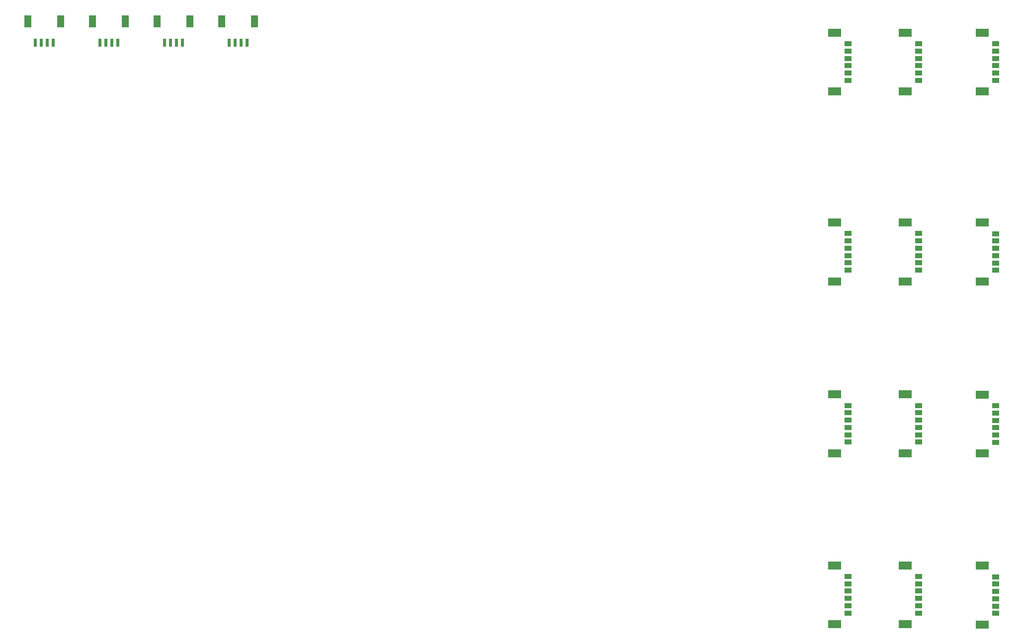
<source format=gbr>
%TF.GenerationSoftware,KiCad,Pcbnew,9.0.4*%
%TF.CreationDate,2026-01-14T14:58:21-05:00*%
%TF.ProjectId,Datta Lab Humidity Chamber PCB,44617474-6120-44c6-9162-2048756d6964,1.0*%
%TF.SameCoordinates,Original*%
%TF.FileFunction,Paste,Top*%
%TF.FilePolarity,Positive*%
%FSLAX46Y46*%
G04 Gerber Fmt 4.6, Leading zero omitted, Abs format (unit mm)*
G04 Created by KiCad (PCBNEW 9.0.4) date 2026-01-14 14:58:21*
%MOMM*%
%LPD*%
G01*
G04 APERTURE LIST*
%ADD10R,1.295400X0.838200*%
%ADD11R,2.260600X1.397000*%
%ADD12R,0.599440X1.348740*%
%ADD13R,1.198880X1.998980*%
G04 APERTURE END LIST*
D10*
%TO.C,J16*%
X213114999Y-112436665D03*
X213114999Y-111186665D03*
X213114999Y-109936665D03*
X213114999Y-108686665D03*
X213114999Y-107436665D03*
X213114999Y-106186665D03*
D11*
X210820000Y-114336666D03*
X210820000Y-104286664D03*
%TD*%
%TO.C,J24*%
X210820000Y-42573333D03*
X210820000Y-52623335D03*
D10*
X213114999Y-44473334D03*
X213114999Y-45723334D03*
X213114999Y-46973334D03*
X213114999Y-48223334D03*
X213114999Y-49473334D03*
X213114999Y-50723334D03*
%TD*%
D11*
%TO.C,J23*%
X210820000Y-74948333D03*
X210820000Y-84998335D03*
D10*
X213114999Y-76848334D03*
X213114999Y-78098334D03*
X213114999Y-79348334D03*
X213114999Y-80598334D03*
X213114999Y-81848334D03*
X213114999Y-83098334D03*
%TD*%
D11*
%TO.C,J15*%
X210820000Y-133459998D03*
X210820000Y-143510000D03*
D10*
X213114999Y-135359999D03*
X213114999Y-136609999D03*
X213114999Y-137859999D03*
X213114999Y-139109999D03*
X213114999Y-140359999D03*
X213114999Y-141609999D03*
%TD*%
D11*
%TO.C,J21*%
X197705053Y-74930000D03*
X197705053Y-84980002D03*
D10*
X200000052Y-76830001D03*
X200000052Y-78080001D03*
X200000052Y-79330001D03*
X200000052Y-80580001D03*
X200000052Y-81830001D03*
X200000052Y-83080001D03*
%TD*%
D12*
%TO.C,J19*%
X74571013Y-44312840D03*
X73570253Y-44312840D03*
X72574573Y-44312840D03*
X71573813Y-44312840D03*
D13*
X70273333Y-40640000D03*
X75871493Y-40640000D03*
%TD*%
D11*
%TO.C,J18*%
X185665001Y-42573333D03*
X185665001Y-52623335D03*
D10*
X187960000Y-44473334D03*
X187960000Y-45723334D03*
X187960000Y-46973334D03*
X187960000Y-48223334D03*
X187960000Y-49473334D03*
X187960000Y-50723334D03*
%TD*%
D11*
%TO.C,J17*%
X185665001Y-74930000D03*
X185665001Y-84980002D03*
D10*
X187960000Y-76830001D03*
X187960000Y-78080001D03*
X187960000Y-79330001D03*
X187960000Y-80580001D03*
X187960000Y-81830001D03*
X187960000Y-83080001D03*
%TD*%
%TO.C,J14*%
X200000052Y-112399999D03*
X200000052Y-111149999D03*
X200000052Y-109899999D03*
X200000052Y-108649999D03*
X200000052Y-107399999D03*
X200000052Y-106149999D03*
D11*
X197705053Y-114300000D03*
X197705053Y-104249998D03*
%TD*%
D12*
%TO.C,J20*%
X85577680Y-44312840D03*
X84576920Y-44312840D03*
X83581240Y-44312840D03*
X82580480Y-44312840D03*
D13*
X81280000Y-40640000D03*
X86878160Y-40640000D03*
%TD*%
D12*
%TO.C,J12*%
X63564347Y-44312840D03*
X62563587Y-44312840D03*
X61567907Y-44312840D03*
X60567147Y-44312840D03*
D13*
X59266667Y-40640000D03*
X64864827Y-40640000D03*
%TD*%
D10*
%TO.C,J10*%
X187960000Y-112399999D03*
X187960000Y-111149999D03*
X187960000Y-109899999D03*
X187960000Y-108649999D03*
X187960000Y-107399999D03*
X187960000Y-106149999D03*
D11*
X185665001Y-114300000D03*
X185665001Y-104249998D03*
%TD*%
%TO.C,J22*%
X197705053Y-42573333D03*
X197705053Y-52623335D03*
D10*
X200000052Y-44473334D03*
X200000052Y-45723334D03*
X200000052Y-46973334D03*
X200000052Y-48223334D03*
X200000052Y-49473334D03*
X200000052Y-50723334D03*
%TD*%
D11*
%TO.C,J9*%
X185665001Y-133404999D03*
X185665001Y-143455001D03*
D10*
X187960000Y-135305000D03*
X187960000Y-136555000D03*
X187960000Y-137805000D03*
X187960000Y-139055000D03*
X187960000Y-140305000D03*
X187960000Y-141555000D03*
%TD*%
D12*
%TO.C,J11*%
X52557680Y-44312840D03*
X51556920Y-44312840D03*
X50561240Y-44312840D03*
X49560480Y-44312840D03*
D13*
X48260000Y-40640000D03*
X53858160Y-40640000D03*
%TD*%
D11*
%TO.C,J13*%
X197705053Y-133404999D03*
X197705053Y-143455001D03*
D10*
X200000052Y-135305000D03*
X200000052Y-136555000D03*
X200000052Y-137805000D03*
X200000052Y-139055000D03*
X200000052Y-140305000D03*
X200000052Y-141555000D03*
%TD*%
M02*

</source>
